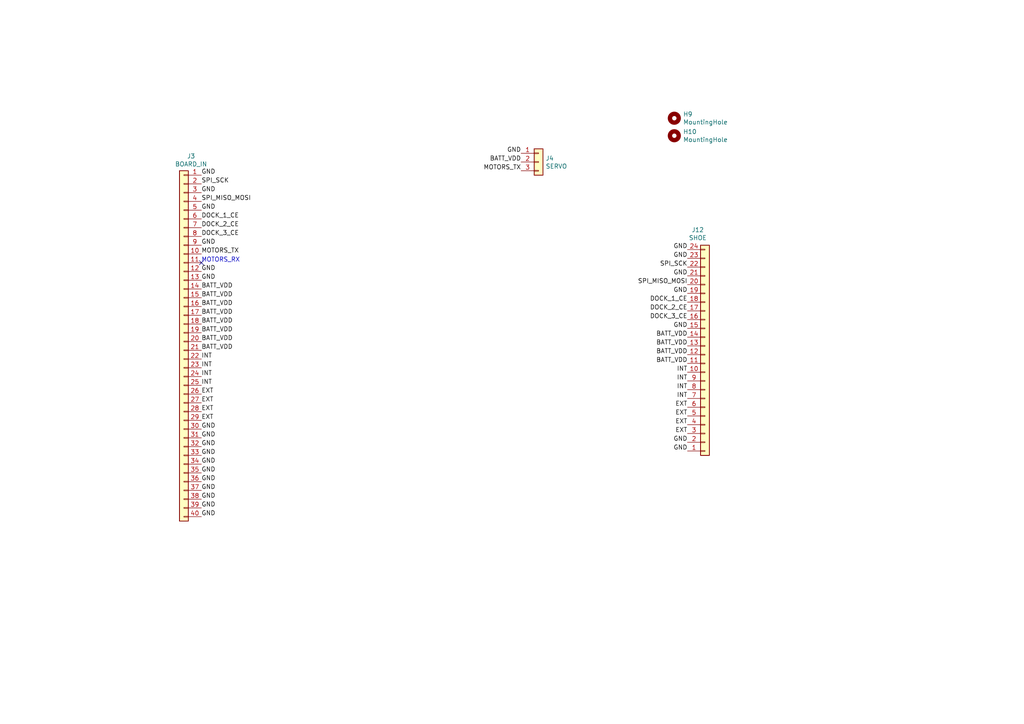
<source format=kicad_sch>
(kicad_sch (version 20211123) (generator eeschema)
  (paper "A4")
  (lib_symbols
    (symbol "Connector_Generic:Conn_01x03" (pin_names (offset 1.016) hide)
      (property "Reference" "J" (at 0 5.08 0))
      (property "Value" "Connector_Generic_Conn_01x03" (at 0 -5.08 0))
      (symbol "Conn_01x03_1_1"
        (rectangle (start -1.27 -2.413) (end 0 -2.667) (stroke (width 0.1524)))
        (rectangle (start -1.27 0.127) (end 0 -0.127) (stroke (width 0.1524)))
        (rectangle (start -1.27 2.667) (end 0 2.413) (stroke (width 0.1524)))
        (rectangle (start -1.27 3.81) (end 1.27 -3.81) (stroke (width 0.254)) (fill (type background)))
        (pin passive line (at -5.08 2.54 0) (length 3.81) (name "Pin_1") (number "1"))
        (pin passive line (at -5.08 0 0) (length 3.81) (name "Pin_2") (number "2"))
        (pin passive line (at -5.08 -2.54 0) (length 3.81) (name "Pin_3") (number "3"))
      )
    )
    (symbol "Connector_Generic:Conn_01x24" (pin_names (offset 1.016) hide)
      (property "Reference" "J" (at 0 30.48 0))
      (property "Value" "Connector_Generic_Conn_01x24" (at 0 -33.02 0))
      (symbol "Conn_01x24_1_1"
        (rectangle (start -1.27 -30.353) (end 0 -30.607) (stroke (width 0.1524)))
        (rectangle (start -1.27 -27.813) (end 0 -28.067) (stroke (width 0.1524)))
        (rectangle (start -1.27 -25.273) (end 0 -25.527) (stroke (width 0.1524)))
        (rectangle (start -1.27 -22.733) (end 0 -22.987) (stroke (width 0.1524)))
        (rectangle (start -1.27 -20.193) (end 0 -20.447) (stroke (width 0.1524)))
        (rectangle (start -1.27 -17.653) (end 0 -17.907) (stroke (width 0.1524)))
        (rectangle (start -1.27 -15.113) (end 0 -15.367) (stroke (width 0.1524)))
        (rectangle (start -1.27 -12.573) (end 0 -12.827) (stroke (width 0.1524)))
        (rectangle (start -1.27 -10.033) (end 0 -10.287) (stroke (width 0.1524)))
        (rectangle (start -1.27 -7.493) (end 0 -7.747) (stroke (width 0.1524)))
        (rectangle (start -1.27 -4.953) (end 0 -5.207) (stroke (width 0.1524)))
        (rectangle (start -1.27 -2.413) (end 0 -2.667) (stroke (width 0.1524)))
        (rectangle (start -1.27 0.127) (end 0 -0.127) (stroke (width 0.1524)))
        (rectangle (start -1.27 2.667) (end 0 2.413) (stroke (width 0.1524)))
        (rectangle (start -1.27 5.207) (end 0 4.953) (stroke (width 0.1524)))
        (rectangle (start -1.27 7.747) (end 0 7.493) (stroke (width 0.1524)))
        (rectangle (start -1.27 10.287) (end 0 10.033) (stroke (width 0.1524)))
        (rectangle (start -1.27 12.827) (end 0 12.573) (stroke (width 0.1524)))
        (rectangle (start -1.27 15.367) (end 0 15.113) (stroke (width 0.1524)))
        (rectangle (start -1.27 17.907) (end 0 17.653) (stroke (width 0.1524)))
        (rectangle (start -1.27 20.447) (end 0 20.193) (stroke (width 0.1524)))
        (rectangle (start -1.27 22.987) (end 0 22.733) (stroke (width 0.1524)))
        (rectangle (start -1.27 25.527) (end 0 25.273) (stroke (width 0.1524)))
        (rectangle (start -1.27 28.067) (end 0 27.813) (stroke (width 0.1524)))
        (rectangle (start -1.27 29.21) (end 1.27 -31.75) (stroke (width 0.254)) (fill (type background)))
        (pin passive line (at -5.08 27.94 0) (length 3.81) (name "Pin_1") (number "1"))
        (pin passive line (at -5.08 5.08 0) (length 3.81) (name "Pin_10") (number "10"))
        (pin passive line (at -5.08 2.54 0) (length 3.81) (name "Pin_11") (number "11"))
        (pin passive line (at -5.08 0 0) (length 3.81) (name "Pin_12") (number "12"))
        (pin passive line (at -5.08 -2.54 0) (length 3.81) (name "Pin_13") (number "13"))
        (pin passive line (at -5.08 -5.08 0) (length 3.81) (name "Pin_14") (number "14"))
        (pin passive line (at -5.08 -7.62 0) (length 3.81) (name "Pin_15") (number "15"))
        (pin passive line (at -5.08 -10.16 0) (length 3.81) (name "Pin_16") (number "16"))
        (pin passive line (at -5.08 -12.7 0) (length 3.81) (name "Pin_17") (number "17"))
        (pin passive line (at -5.08 -15.24 0) (length 3.81) (name "Pin_18") (number "18"))
        (pin passive line (at -5.08 -17.78 0) (length 3.81) (name "Pin_19") (number "19"))
        (pin passive line (at -5.08 25.4 0) (length 3.81) (name "Pin_2") (number "2"))
        (pin passive line (at -5.08 -20.32 0) (length 3.81) (name "Pin_20") (number "20"))
        (pin passive line (at -5.08 -22.86 0) (length 3.81) (name "Pin_21") (number "21"))
        (pin passive line (at -5.08 -25.4 0) (length 3.81) (name "Pin_22") (number "22"))
        (pin passive line (at -5.08 -27.94 0) (length 3.81) (name "Pin_23") (number "23"))
        (pin passive line (at -5.08 -30.48 0) (length 3.81) (name "Pin_24") (number "24"))
        (pin passive line (at -5.08 22.86 0) (length 3.81) (name "Pin_3") (number "3"))
        (pin passive line (at -5.08 20.32 0) (length 3.81) (name "Pin_4") (number "4"))
        (pin passive line (at -5.08 17.78 0) (length 3.81) (name "Pin_5") (number "5"))
        (pin passive line (at -5.08 15.24 0) (length 3.81) (name "Pin_6") (number "6"))
        (pin passive line (at -5.08 12.7 0) (length 3.81) (name "Pin_7") (number "7"))
        (pin passive line (at -5.08 10.16 0) (length 3.81) (name "Pin_8") (number "8"))
        (pin passive line (at -5.08 7.62 0) (length 3.81) (name "Pin_9") (number "9"))
      )
    )
    (symbol "Connector_Generic:Conn_01x40" (pin_names (offset 1.016) hide)
      (property "Reference" "J" (at 0 50.8 0))
      (property "Value" "Connector_Generic_Conn_01x40" (at 0 -53.34 0))
      (symbol "Conn_01x40_1_1"
        (rectangle (start -1.27 -50.673) (end 0 -50.927) (stroke (width 0.1524)))
        (rectangle (start -1.27 -48.133) (end 0 -48.387) (stroke (width 0.1524)))
        (rectangle (start -1.27 -45.593) (end 0 -45.847) (stroke (width 0.1524)))
        (rectangle (start -1.27 -43.053) (end 0 -43.307) (stroke (width 0.1524)))
        (rectangle (start -1.27 -40.513) (end 0 -40.767) (stroke (width 0.1524)))
        (rectangle (start -1.27 -37.973) (end 0 -38.227) (stroke (width 0.1524)))
        (rectangle (start -1.27 -35.433) (end 0 -35.687) (stroke (width 0.1524)))
        (rectangle (start -1.27 -32.893) (end 0 -33.147) (stroke (width 0.1524)))
        (rectangle (start -1.27 -30.353) (end 0 -30.607) (stroke (width 0.1524)))
        (rectangle (start -1.27 -27.813) (end 0 -28.067) (stroke (width 0.1524)))
        (rectangle (start -1.27 -25.273) (end 0 -25.527) (stroke (width 0.1524)))
        (rectangle (start -1.27 -22.733) (end 0 -22.987) (stroke (width 0.1524)))
        (rectangle (start -1.27 -20.193) (end 0 -20.447) (stroke (width 0.1524)))
        (rectangle (start -1.27 -17.653) (end 0 -17.907) (stroke (width 0.1524)))
        (rectangle (start -1.27 -15.113) (end 0 -15.367) (stroke (width 0.1524)))
        (rectangle (start -1.27 -12.573) (end 0 -12.827) (stroke (width 0.1524)))
        (rectangle (start -1.27 -10.033) (end 0 -10.287) (stroke (width 0.1524)))
        (rectangle (start -1.27 -7.493) (end 0 -7.747) (stroke (width 0.1524)))
        (rectangle (start -1.27 -4.953) (end 0 -5.207) (stroke (width 0.1524)))
        (rectangle (start -1.27 -2.413) (end 0 -2.667) (stroke (width 0.1524)))
        (rectangle (start -1.27 0.127) (end 0 -0.127) (stroke (width 0.1524)))
        (rectangle (start -1.27 2.667) (end 0 2.413) (stroke (width 0.1524)))
        (rectangle (start -1.27 5.207) (end 0 4.953) (stroke (width 0.1524)))
        (rectangle (start -1.27 7.747) (end 0 7.493) (stroke (width 0.1524)))
        (rectangle (start -1.27 10.287) (end 0 10.033) (stroke (width 0.1524)))
        (rectangle (start -1.27 12.827) (end 0 12.573) (stroke (width 0.1524)))
        (rectangle (start -1.27 15.367) (end 0 15.113) (stroke (width 0.1524)))
        (rectangle (start -1.27 17.907) (end 0 17.653) (stroke (width 0.1524)))
        (rectangle (start -1.27 20.447) (end 0 20.193) (stroke (width 0.1524)))
        (rectangle (start -1.27 22.987) (end 0 22.733) (stroke (width 0.1524)))
        (rectangle (start -1.27 25.527) (end 0 25.273) (stroke (width 0.1524)))
        (rectangle (start -1.27 28.067) (end 0 27.813) (stroke (width 0.1524)))
        (rectangle (start -1.27 30.607) (end 0 30.353) (stroke (width 0.1524)))
        (rectangle (start -1.27 33.147) (end 0 32.893) (stroke (width 0.1524)))
        (rectangle (start -1.27 35.687) (end 0 35.433) (stroke (width 0.1524)))
        (rectangle (start -1.27 38.227) (end 0 37.973) (stroke (width 0.1524)))
        (rectangle (start -1.27 40.767) (end 0 40.513) (stroke (width 0.1524)))
        (rectangle (start -1.27 43.307) (end 0 43.053) (stroke (width 0.1524)))
        (rectangle (start -1.27 45.847) (end 0 45.593) (stroke (width 0.1524)))
        (rectangle (start -1.27 48.387) (end 0 48.133) (stroke (width 0.1524)))
        (rectangle (start -1.27 49.53) (end 1.27 -52.07) (stroke (width 0.254)) (fill (type background)))
        (pin passive line (at -5.08 48.26 0) (length 3.81) (name "Pin_1") (number "1"))
        (pin passive line (at -5.08 25.4 0) (length 3.81) (name "Pin_10") (number "10"))
        (pin passive line (at -5.08 22.86 0) (length 3.81) (name "Pin_11") (number "11"))
        (pin passive line (at -5.08 20.32 0) (length 3.81) (name "Pin_12") (number "12"))
        (pin passive line (at -5.08 17.78 0) (length 3.81) (name "Pin_13") (number "13"))
        (pin passive line (at -5.08 15.24 0) (length 3.81) (name "Pin_14") (number "14"))
        (pin passive line (at -5.08 12.7 0) (length 3.81) (name "Pin_15") (number "15"))
        (pin passive line (at -5.08 10.16 0) (length 3.81) (name "Pin_16") (number "16"))
        (pin passive line (at -5.08 7.62 0) (length 3.81) (name "Pin_17") (number "17"))
        (pin passive line (at -5.08 5.08 0) (length 3.81) (name "Pin_18") (number "18"))
        (pin passive line (at -5.08 2.54 0) (length 3.81) (name "Pin_19") (number "19"))
        (pin passive line (at -5.08 45.72 0) (length 3.81) (name "Pin_2") (number "2"))
        (pin passive line (at -5.08 0 0) (length 3.81) (name "Pin_20") (number "20"))
        (pin passive line (at -5.08 -2.54 0) (length 3.81) (name "Pin_21") (number "21"))
        (pin passive line (at -5.08 -5.08 0) (length 3.81) (name "Pin_22") (number "22"))
        (pin passive line (at -5.08 -7.62 0) (length 3.81) (name "Pin_23") (number "23"))
        (pin passive line (at -5.08 -10.16 0) (length 3.81) (name "Pin_24") (number "24"))
        (pin passive line (at -5.08 -12.7 0) (length 3.81) (name "Pin_25") (number "25"))
        (pin passive line (at -5.08 -15.24 0) (length 3.81) (name "Pin_26") (number "26"))
        (pin passive line (at -5.08 -17.78 0) (length 3.81) (name "Pin_27") (number "27"))
        (pin passive line (at -5.08 -20.32 0) (length 3.81) (name "Pin_28") (number "28"))
        (pin passive line (at -5.08 -22.86 0) (length 3.81) (name "Pin_29") (number "29"))
        (pin passive line (at -5.08 43.18 0) (length 3.81) (name "Pin_3") (number "3"))
        (pin passive line (at -5.08 -25.4 0) (length 3.81) (name "Pin_30") (number "30"))
        (pin passive line (at -5.08 -27.94 0) (length 3.81) (name "Pin_31") (number "31"))
        (pin passive line (at -5.08 -30.48 0) (length 3.81) (name "Pin_32") (number "32"))
        (pin passive line (at -5.08 -33.02 0) (length 3.81) (name "Pin_33") (number "33"))
        (pin passive line (at -5.08 -35.56 0) (length 3.81) (name "Pin_34") (number "34"))
        (pin passive line (at -5.08 -38.1 0) (length 3.81) (name "Pin_35") (number "35"))
        (pin passive line (at -5.08 -40.64 0) (length 3.81) (name "Pin_36") (number "36"))
        (pin passive line (at -5.08 -43.18 0) (length 3.81) (name "Pin_37") (number "37"))
        (pin passive line (at -5.08 -45.72 0) (length 3.81) (name "Pin_38") (number "38"))
        (pin passive line (at -5.08 -48.26 0) (length 3.81) (name "Pin_39") (number "39"))
        (pin passive line (at -5.08 40.64 0) (length 3.81) (name "Pin_4") (number "4"))
        (pin passive line (at -5.08 -50.8 0) (length 3.81) (name "Pin_40") (number "40"))
        (pin passive line (at -5.08 38.1 0) (length 3.81) (name "Pin_5") (number "5"))
        (pin passive line (at -5.08 35.56 0) (length 3.81) (name "Pin_6") (number "6"))
        (pin passive line (at -5.08 33.02 0) (length 3.81) (name "Pin_7") (number "7"))
        (pin passive line (at -5.08 30.48 0) (length 3.81) (name "Pin_8") (number "8"))
        (pin passive line (at -5.08 27.94 0) (length 3.81) (name "Pin_9") (number "9"))
      )
    )
    (symbol "Mechanical:MountingHole" (pin_names (offset 1.016))
      (property "Reference" "H" (at 0 5.08 0))
      (property "Value" "Mechanical_MountingHole" (at 0 3.175 0))
      (symbol "MountingHole_0_1"
        (circle (center 0 0) (radius 1.27) (stroke (width 1.27)))
      )
    )
  )
  (no_connect (at 58.42 76.2))
  (text "MOTORS_RX" (at 58.42 76.2 0) (effects (font (size 1.27 1.27)) (justify left bottom)))
  (label "GND" (at 58.42 55.88 0))
  (label "BATT_VDD" (at 58.42 93.98 0))
  (label "MOTORS_TX" (at 151.13 49.53 180))
  (label "GND" (at 58.42 127 0))
  (label "BATT_VDD" (at 199.39 102.87 180))
  (label "EXT" (at 199.39 125.73 180))
  (label "GND" (at 58.42 142.24 0))
  (label "BATT_VDD" (at 199.39 100.33 180))
  (label "GND" (at 58.42 149.86 0))
  (label "GND" (at 199.39 130.81 180))
  (label "SPI_SCK" (at 58.42 53.34 0))
  (label "GND" (at 199.39 85.09 180))
  (label "SPI_SCK" (at 199.39 77.47 180))
  (label "GND" (at 58.42 81.28 0))
  (label "DOCK_3_CE" (at 199.39 92.71 180))
  (label "BATT_VDD" (at 58.42 91.44 0))
  (label "BATT_VDD" (at 58.42 99.06 0))
  (label "BATT_VDD" (at 58.42 96.52 0))
  (label "SPI_MISO_MOSI" (at 58.42 58.42 0))
  (label "GND" (at 58.42 71.12 0))
  (label "BATT_VDD" (at 58.42 83.82 0))
  (label "GND" (at 58.42 129.54 0))
  (label "GND" (at 199.39 95.25 180))
  (label "BATT_VDD" (at 58.42 88.9 0))
  (label "GND" (at 58.42 137.16 0))
  (label "GND" (at 58.42 132.08 0))
  (label "BATT_VDD" (at 58.42 86.36 0))
  (label "BATT_VDD" (at 151.13 46.99 180))
  (label "EXT" (at 58.42 114.3 0))
  (label "GND" (at 199.39 80.01 180))
  (label "EXT" (at 58.42 121.92 0))
  (label "GND" (at 58.42 50.8 0))
  (label "INT" (at 199.39 110.49 180))
  (label "DOCK_2_CE" (at 58.42 66.04 0))
  (label "INT" (at 199.39 113.03 180))
  (label "GND" (at 58.42 134.62 0))
  (label "GND" (at 58.42 124.46 0))
  (label "GND" (at 58.42 139.7 0))
  (label "BATT_VDD" (at 199.39 105.41 180))
  (label "DOCK_2_CE" (at 199.39 90.17 180))
  (label "GND" (at 199.39 74.93 180))
  (label "MOTORS_TX" (at 58.42 73.66 0))
  (label "GND" (at 58.42 144.78 0))
  (label "DOCK_1_CE" (at 58.42 63.5 0))
  (label "GND" (at 58.42 147.32 0))
  (label "DOCK_1_CE" (at 199.39 87.63 180))
  (label "EXT" (at 58.42 119.38 0))
  (label "INT" (at 58.42 106.68 0))
  (label "EXT" (at 199.39 120.65 180))
  (label "INT" (at 58.42 111.76 0))
  (label "INT" (at 58.42 109.22 0))
  (label "BATT_VDD" (at 199.39 97.79 180))
  (label "EXT" (at 199.39 118.11 180))
  (label "GND" (at 58.42 78.74 0))
  (label "BATT_VDD" (at 58.42 101.6 0))
  (label "INT" (at 199.39 115.57 180))
  (label "EXT" (at 58.42 116.84 0))
  (label "GND" (at 151.13 44.45 180))
  (label "EXT" (at 199.39 123.19 180))
  (label "SPI_MISO_MOSI" (at 199.39 82.55 180))
  (label "INT" (at 199.39 107.95 180))
  (label "GND" (at 199.39 128.27 180))
  (label "GND" (at 58.42 60.96 0))
  (label "DOCK_3_CE" (at 58.42 68.58 0))
  (label "GND" (at 199.39 72.39 180))
  (label "INT" (at 58.42 104.14 0))
  (symbol (lib_id "Connector_Generic:Conn_01x40") (at 53.34 99.06 0) (mirror y) (unit 1)
    (property "Reference" "J3" (at 55.4228 45.2882 0))
    (property "Value" "BOARD_IN" (at 55.4228 47.5996 0))
    (property "Footprint" "Connector_FFC-FPC:Hirose_FH12-40S-0.5SH_1x40-1MP_P0.50mm_Horizontal" (effects hide))
    (property "MFR" "FH12-40S-0.5SH(55)" (effects hide))
    (property "MFR_QTY" "2" (effects hide))
  )
  (symbol (lib_id "Connector_Generic:Conn_01x03") (at 156.21 46.99 0) (unit 1)
    (property "Reference" "J4" (at 158.242 45.9232 0) (effects (justify left)))
    (property "Value" "SERVO" (at 158.242 48.2346 0) (effects (justify left)))
    (property "Footprint" "Connector_PinHeader_2.54mm:PinHeader_1x03_P2.54mm_Vertical" (effects hide))
    (property "JLCPCB_IGNORE" "YES" (effects hide))
  )
  (symbol (lib_id "Mechanical:MountingHole") (at 195.58 34.29 0) (unit 1)
    (property "Reference" "H9" (at 198.12 33.1216 0) (effects (justify left)))
    (property "Value" "MountingHole" (at 198.12 35.433 0) (effects (justify left)))
    (property "Footprint" "MountingHole:MountingHole_2.7mm" (effects hide))
    (property "JLCPCB_IGNORE" "YES" (effects hide))
  )
  (symbol (lib_id "Mechanical:MountingHole") (at 195.58 39.37 0) (unit 1)
    (property "Reference" "H10" (at 198.12 38.2016 0) (effects (justify left)))
    (property "Value" "MountingHole" (at 198.12 40.513 0) (effects (justify left)))
    (property "Footprint" "MountingHole:MountingHole_2.7mm" (effects hide))
    (property "JLCPCB_IGNORE" "YES" (effects hide))
  )
  (symbol (lib_id "Connector_Generic:Conn_01x24") (at 204.47 102.87 0) (mirror x) (unit 1)
    (property "Reference" "J12" (at 202.3872 66.675 0))
    (property "Value" "SHOE" (at 202.3872 68.9864 0))
    (property "Footprint" "Connector_FFC-FPC:Hirose_FH12-24S-0.5SH_1x24-1MP_P0.50mm_Horizontal" (effects hide))
    (property "MFR" "FH12-24S-0.5SH(55)" (effects hide))
    (property "MFR_QTY" "2" (effects hide))
    (property "JLCPCB_IGNORE" "YES" (effects hide))
  )
)
</source>
